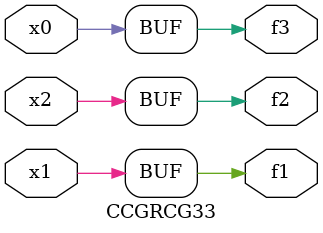
<source format=v>
module CCGRCG33(
	input x0, x1, x2,
	output f1, f2, f3
);
	assign f1 = x1;
	assign f2 = x2;
	assign f3 = x0;
endmodule

</source>
